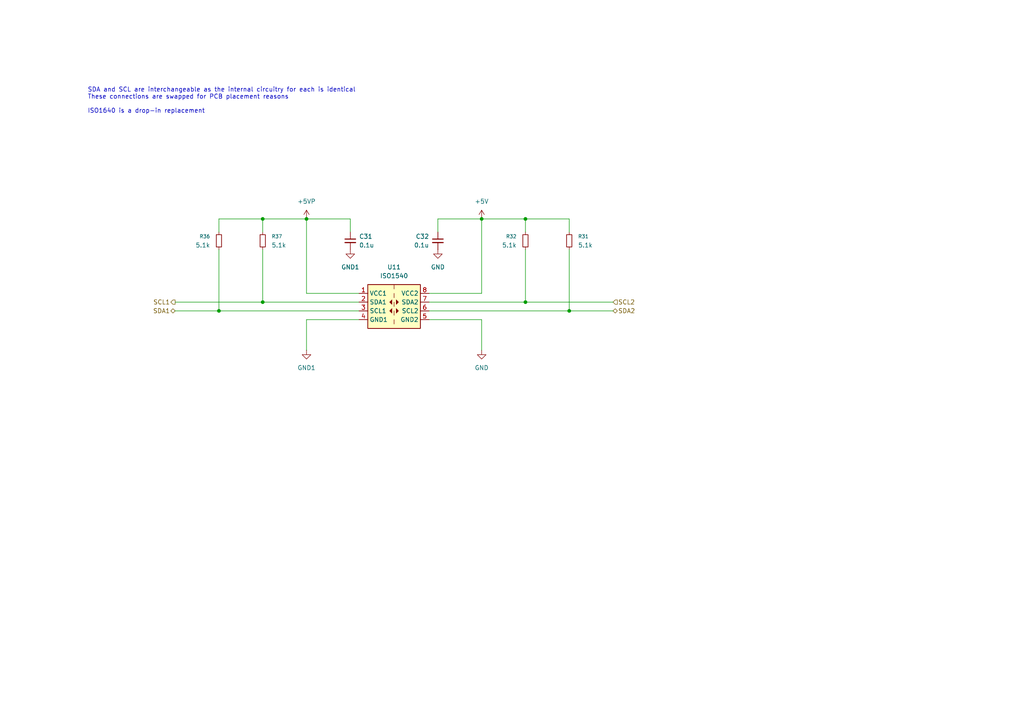
<source format=kicad_sch>
(kicad_sch
	(version 20250114)
	(generator "eeschema")
	(generator_version "9.0")
	(uuid "3e03678f-6705-49bb-acd8-815c21b9baed")
	(paper "A4")
	(title_block
		(title "12V-2x6 Current Monitor")
		(date "2025-09-21")
		(rev "1")
		(company "github.com/eggsampler")
	)
	(lib_symbols
		(symbol "Device:C_Small"
			(pin_numbers
				(hide yes)
			)
			(pin_names
				(offset 0.254)
				(hide yes)
			)
			(exclude_from_sim no)
			(in_bom yes)
			(on_board yes)
			(property "Reference" "C"
				(at 0.254 1.778 0)
				(effects
					(font
						(size 1.27 1.27)
					)
					(justify left)
				)
			)
			(property "Value" "C_Small"
				(at 0.254 -2.032 0)
				(effects
					(font
						(size 1.27 1.27)
					)
					(justify left)
				)
			)
			(property "Footprint" ""
				(at 0 0 0)
				(effects
					(font
						(size 1.27 1.27)
					)
					(hide yes)
				)
			)
			(property "Datasheet" "~"
				(at 0 0 0)
				(effects
					(font
						(size 1.27 1.27)
					)
					(hide yes)
				)
			)
			(property "Description" "Unpolarized capacitor, small symbol"
				(at 0 0 0)
				(effects
					(font
						(size 1.27 1.27)
					)
					(hide yes)
				)
			)
			(property "ki_keywords" "capacitor cap"
				(at 0 0 0)
				(effects
					(font
						(size 1.27 1.27)
					)
					(hide yes)
				)
			)
			(property "ki_fp_filters" "C_*"
				(at 0 0 0)
				(effects
					(font
						(size 1.27 1.27)
					)
					(hide yes)
				)
			)
			(symbol "C_Small_0_1"
				(polyline
					(pts
						(xy -1.524 0.508) (xy 1.524 0.508)
					)
					(stroke
						(width 0.3048)
						(type default)
					)
					(fill
						(type none)
					)
				)
				(polyline
					(pts
						(xy -1.524 -0.508) (xy 1.524 -0.508)
					)
					(stroke
						(width 0.3302)
						(type default)
					)
					(fill
						(type none)
					)
				)
			)
			(symbol "C_Small_1_1"
				(pin passive line
					(at 0 2.54 270)
					(length 2.032)
					(name "~"
						(effects
							(font
								(size 1.27 1.27)
							)
						)
					)
					(number "1"
						(effects
							(font
								(size 1.27 1.27)
							)
						)
					)
				)
				(pin passive line
					(at 0 -2.54 90)
					(length 2.032)
					(name "~"
						(effects
							(font
								(size 1.27 1.27)
							)
						)
					)
					(number "2"
						(effects
							(font
								(size 1.27 1.27)
							)
						)
					)
				)
			)
			(embedded_fonts no)
		)
		(symbol "Device:R_Small"
			(pin_numbers
				(hide yes)
			)
			(pin_names
				(offset 0.254)
				(hide yes)
			)
			(exclude_from_sim no)
			(in_bom yes)
			(on_board yes)
			(property "Reference" "R"
				(at 0 0 90)
				(effects
					(font
						(size 1.016 1.016)
					)
				)
			)
			(property "Value" "R_Small"
				(at 1.778 0 90)
				(effects
					(font
						(size 1.27 1.27)
					)
				)
			)
			(property "Footprint" ""
				(at 0 0 0)
				(effects
					(font
						(size 1.27 1.27)
					)
					(hide yes)
				)
			)
			(property "Datasheet" "~"
				(at 0 0 0)
				(effects
					(font
						(size 1.27 1.27)
					)
					(hide yes)
				)
			)
			(property "Description" "Resistor, small symbol"
				(at 0 0 0)
				(effects
					(font
						(size 1.27 1.27)
					)
					(hide yes)
				)
			)
			(property "ki_keywords" "R resistor"
				(at 0 0 0)
				(effects
					(font
						(size 1.27 1.27)
					)
					(hide yes)
				)
			)
			(property "ki_fp_filters" "R_*"
				(at 0 0 0)
				(effects
					(font
						(size 1.27 1.27)
					)
					(hide yes)
				)
			)
			(symbol "R_Small_0_1"
				(rectangle
					(start -0.762 1.778)
					(end 0.762 -1.778)
					(stroke
						(width 0.2032)
						(type default)
					)
					(fill
						(type none)
					)
				)
			)
			(symbol "R_Small_1_1"
				(pin passive line
					(at 0 2.54 270)
					(length 0.762)
					(name "~"
						(effects
							(font
								(size 1.27 1.27)
							)
						)
					)
					(number "1"
						(effects
							(font
								(size 1.27 1.27)
							)
						)
					)
				)
				(pin passive line
					(at 0 -2.54 90)
					(length 0.762)
					(name "~"
						(effects
							(font
								(size 1.27 1.27)
							)
						)
					)
					(number "2"
						(effects
							(font
								(size 1.27 1.27)
							)
						)
					)
				)
			)
			(embedded_fonts no)
		)
		(symbol "Isolator:ISO1540"
			(exclude_from_sim no)
			(in_bom yes)
			(on_board yes)
			(property "Reference" "U"
				(at -6.35 6.35 0)
				(effects
					(font
						(size 1.27 1.27)
					)
				)
			)
			(property "Value" "ISO1540"
				(at 3.81 6.35 0)
				(effects
					(font
						(size 1.27 1.27)
					)
				)
			)
			(property "Footprint" "Package_SO:SOIC-8_3.9x4.9mm_P1.27mm"
				(at 0 -8.89 0)
				(effects
					(font
						(size 1.27 1.27)
					)
					(hide yes)
				)
			)
			(property "Datasheet" "http://www.ti.com/lit/ds/symlink/iso1541.pdf"
				(at 0 1.27 0)
				(effects
					(font
						(size 1.27 1.27)
					)
					(hide yes)
				)
			)
			(property "Description" "I2C Isolator, 2.5 kVrms, Bidirectional clock and data, SOIC-8"
				(at 0 0 0)
				(effects
					(font
						(size 1.27 1.27)
					)
					(hide yes)
				)
			)
			(property "ki_keywords" "digital isolator i2c"
				(at 0 0 0)
				(effects
					(font
						(size 1.27 1.27)
					)
					(hide yes)
				)
			)
			(property "ki_fp_filters" "SOIC*3.9x4.9mm*P1.27mm*"
				(at 0 0 0)
				(effects
					(font
						(size 1.27 1.27)
					)
					(hide yes)
				)
			)
			(symbol "ISO1540_0_1"
				(rectangle
					(start -7.62 5.08)
					(end 7.62 -7.62)
					(stroke
						(width 0.254)
						(type default)
					)
					(fill
						(type background)
					)
				)
				(polyline
					(pts
						(xy -0.635 0.635) (xy -1.27 0) (xy -0.635 -0.635) (xy -0.635 0.635)
					)
					(stroke
						(width 0)
						(type default)
					)
					(fill
						(type outline)
					)
				)
				(polyline
					(pts
						(xy 0 5.08) (xy 0 3.81)
					)
					(stroke
						(width 0)
						(type default)
					)
					(fill
						(type none)
					)
				)
				(polyline
					(pts
						(xy 0 2.54) (xy 0 1.27)
					)
					(stroke
						(width 0)
						(type default)
					)
					(fill
						(type none)
					)
				)
				(polyline
					(pts
						(xy 0 0) (xy 0 -1.27)
					)
					(stroke
						(width 0)
						(type default)
					)
					(fill
						(type none)
					)
				)
				(polyline
					(pts
						(xy 0 -2.54) (xy 0 -3.81)
					)
					(stroke
						(width 0)
						(type default)
					)
					(fill
						(type none)
					)
				)
				(rectangle
					(start 0 -5.08)
					(end 0 -6.35)
					(stroke
						(width 0)
						(type default)
					)
					(fill
						(type none)
					)
				)
				(polyline
					(pts
						(xy 0.635 0.635) (xy 1.27 0) (xy 0.635 -0.635) (xy 0.635 0.635)
					)
					(stroke
						(width 0)
						(type default)
					)
					(fill
						(type outline)
					)
				)
				(polyline
					(pts
						(xy 0.635 -1.905) (xy 1.27 -2.54) (xy 0.635 -3.175) (xy 0.635 -1.905)
					)
					(stroke
						(width 0)
						(type default)
					)
					(fill
						(type outline)
					)
				)
			)
			(symbol "ISO1540_1_1"
				(polyline
					(pts
						(xy -0.635 -1.905) (xy -1.27 -2.54) (xy -0.635 -3.175) (xy -0.635 -1.905)
					)
					(stroke
						(width 0)
						(type default)
					)
					(fill
						(type outline)
					)
				)
				(pin power_in line
					(at -10.16 2.54 0)
					(length 2.54)
					(name "VCC1"
						(effects
							(font
								(size 1.27 1.27)
							)
						)
					)
					(number "1"
						(effects
							(font
								(size 1.27 1.27)
							)
						)
					)
				)
				(pin bidirectional line
					(at -10.16 0 0)
					(length 2.54)
					(name "SDA1"
						(effects
							(font
								(size 1.27 1.27)
							)
						)
					)
					(number "2"
						(effects
							(font
								(size 1.27 1.27)
							)
						)
					)
				)
				(pin bidirectional line
					(at -10.16 -2.54 0)
					(length 2.54)
					(name "SCL1"
						(effects
							(font
								(size 1.27 1.27)
							)
						)
					)
					(number "3"
						(effects
							(font
								(size 1.27 1.27)
							)
						)
					)
				)
				(pin power_in line
					(at -10.16 -5.08 0)
					(length 2.54)
					(name "GND1"
						(effects
							(font
								(size 1.27 1.27)
							)
						)
					)
					(number "4"
						(effects
							(font
								(size 1.27 1.27)
							)
						)
					)
				)
				(pin power_in line
					(at 10.16 2.54 180)
					(length 2.54)
					(name "VCC2"
						(effects
							(font
								(size 1.27 1.27)
							)
						)
					)
					(number "8"
						(effects
							(font
								(size 1.27 1.27)
							)
						)
					)
				)
				(pin bidirectional line
					(at 10.16 0 180)
					(length 2.54)
					(name "SDA2"
						(effects
							(font
								(size 1.27 1.27)
							)
						)
					)
					(number "7"
						(effects
							(font
								(size 1.27 1.27)
							)
						)
					)
				)
				(pin bidirectional line
					(at 10.16 -2.54 180)
					(length 2.54)
					(name "SCL2"
						(effects
							(font
								(size 1.27 1.27)
							)
						)
					)
					(number "6"
						(effects
							(font
								(size 1.27 1.27)
							)
						)
					)
				)
				(pin power_in line
					(at 10.16 -5.08 180)
					(length 2.54)
					(name "GND2"
						(effects
							(font
								(size 1.27 1.27)
							)
						)
					)
					(number "5"
						(effects
							(font
								(size 1.27 1.27)
							)
						)
					)
				)
			)
			(embedded_fonts no)
		)
		(symbol "power:+5V"
			(power)
			(pin_numbers
				(hide yes)
			)
			(pin_names
				(offset 0)
				(hide yes)
			)
			(exclude_from_sim no)
			(in_bom yes)
			(on_board yes)
			(property "Reference" "#PWR"
				(at 0 -3.81 0)
				(effects
					(font
						(size 1.27 1.27)
					)
					(hide yes)
				)
			)
			(property "Value" "+5V"
				(at 0 3.556 0)
				(effects
					(font
						(size 1.27 1.27)
					)
				)
			)
			(property "Footprint" ""
				(at 0 0 0)
				(effects
					(font
						(size 1.27 1.27)
					)
					(hide yes)
				)
			)
			(property "Datasheet" ""
				(at 0 0 0)
				(effects
					(font
						(size 1.27 1.27)
					)
					(hide yes)
				)
			)
			(property "Description" "Power symbol creates a global label with name \"+5V\""
				(at 0 0 0)
				(effects
					(font
						(size 1.27 1.27)
					)
					(hide yes)
				)
			)
			(property "ki_keywords" "global power"
				(at 0 0 0)
				(effects
					(font
						(size 1.27 1.27)
					)
					(hide yes)
				)
			)
			(symbol "+5V_0_1"
				(polyline
					(pts
						(xy -0.762 1.27) (xy 0 2.54)
					)
					(stroke
						(width 0)
						(type default)
					)
					(fill
						(type none)
					)
				)
				(polyline
					(pts
						(xy 0 2.54) (xy 0.762 1.27)
					)
					(stroke
						(width 0)
						(type default)
					)
					(fill
						(type none)
					)
				)
				(polyline
					(pts
						(xy 0 0) (xy 0 2.54)
					)
					(stroke
						(width 0)
						(type default)
					)
					(fill
						(type none)
					)
				)
			)
			(symbol "+5V_1_1"
				(pin power_in line
					(at 0 0 90)
					(length 0)
					(name "~"
						(effects
							(font
								(size 1.27 1.27)
							)
						)
					)
					(number "1"
						(effects
							(font
								(size 1.27 1.27)
							)
						)
					)
				)
			)
			(embedded_fonts no)
		)
		(symbol "power:+5VP"
			(power)
			(pin_numbers
				(hide yes)
			)
			(pin_names
				(offset 0)
				(hide yes)
			)
			(exclude_from_sim no)
			(in_bom yes)
			(on_board yes)
			(property "Reference" "#PWR"
				(at 0 -3.81 0)
				(effects
					(font
						(size 1.27 1.27)
					)
					(hide yes)
				)
			)
			(property "Value" "+5VP"
				(at 0 3.556 0)
				(effects
					(font
						(size 1.27 1.27)
					)
				)
			)
			(property "Footprint" ""
				(at 0 0 0)
				(effects
					(font
						(size 1.27 1.27)
					)
					(hide yes)
				)
			)
			(property "Datasheet" ""
				(at 0 0 0)
				(effects
					(font
						(size 1.27 1.27)
					)
					(hide yes)
				)
			)
			(property "Description" "Power symbol creates a global label with name \"+5VP\""
				(at 0 0 0)
				(effects
					(font
						(size 1.27 1.27)
					)
					(hide yes)
				)
			)
			(property "ki_keywords" "global power"
				(at 0 0 0)
				(effects
					(font
						(size 1.27 1.27)
					)
					(hide yes)
				)
			)
			(symbol "+5VP_0_1"
				(polyline
					(pts
						(xy -0.762 1.27) (xy 0 2.54)
					)
					(stroke
						(width 0)
						(type default)
					)
					(fill
						(type none)
					)
				)
				(polyline
					(pts
						(xy 0 2.54) (xy 0.762 1.27)
					)
					(stroke
						(width 0)
						(type default)
					)
					(fill
						(type none)
					)
				)
				(polyline
					(pts
						(xy 0 0) (xy 0 2.54)
					)
					(stroke
						(width 0)
						(type default)
					)
					(fill
						(type none)
					)
				)
			)
			(symbol "+5VP_1_1"
				(pin power_in line
					(at 0 0 90)
					(length 0)
					(name "~"
						(effects
							(font
								(size 1.27 1.27)
							)
						)
					)
					(number "1"
						(effects
							(font
								(size 1.27 1.27)
							)
						)
					)
				)
			)
			(embedded_fonts no)
		)
		(symbol "power:GND"
			(power)
			(pin_numbers
				(hide yes)
			)
			(pin_names
				(offset 0)
				(hide yes)
			)
			(exclude_from_sim no)
			(in_bom yes)
			(on_board yes)
			(property "Reference" "#PWR"
				(at 0 -6.35 0)
				(effects
					(font
						(size 1.27 1.27)
					)
					(hide yes)
				)
			)
			(property "Value" "GND"
				(at 0 -3.81 0)
				(effects
					(font
						(size 1.27 1.27)
					)
				)
			)
			(property "Footprint" ""
				(at 0 0 0)
				(effects
					(font
						(size 1.27 1.27)
					)
					(hide yes)
				)
			)
			(property "Datasheet" ""
				(at 0 0 0)
				(effects
					(font
						(size 1.27 1.27)
					)
					(hide yes)
				)
			)
			(property "Description" "Power symbol creates a global label with name \"GND\" , ground"
				(at 0 0 0)
				(effects
					(font
						(size 1.27 1.27)
					)
					(hide yes)
				)
			)
			(property "ki_keywords" "global power"
				(at 0 0 0)
				(effects
					(font
						(size 1.27 1.27)
					)
					(hide yes)
				)
			)
			(symbol "GND_0_1"
				(polyline
					(pts
						(xy 0 0) (xy 0 -1.27) (xy 1.27 -1.27) (xy 0 -2.54) (xy -1.27 -1.27) (xy 0 -1.27)
					)
					(stroke
						(width 0)
						(type default)
					)
					(fill
						(type none)
					)
				)
			)
			(symbol "GND_1_1"
				(pin power_in line
					(at 0 0 270)
					(length 0)
					(name "~"
						(effects
							(font
								(size 1.27 1.27)
							)
						)
					)
					(number "1"
						(effects
							(font
								(size 1.27 1.27)
							)
						)
					)
				)
			)
			(embedded_fonts no)
		)
		(symbol "power:GND1"
			(power)
			(pin_numbers
				(hide yes)
			)
			(pin_names
				(offset 0)
				(hide yes)
			)
			(exclude_from_sim no)
			(in_bom yes)
			(on_board yes)
			(property "Reference" "#PWR"
				(at 0 -6.35 0)
				(effects
					(font
						(size 1.27 1.27)
					)
					(hide yes)
				)
			)
			(property "Value" "GND1"
				(at 0 -3.81 0)
				(effects
					(font
						(size 1.27 1.27)
					)
				)
			)
			(property "Footprint" ""
				(at 0 0 0)
				(effects
					(font
						(size 1.27 1.27)
					)
					(hide yes)
				)
			)
			(property "Datasheet" ""
				(at 0 0 0)
				(effects
					(font
						(size 1.27 1.27)
					)
					(hide yes)
				)
			)
			(property "Description" "Power symbol creates a global label with name \"GND1\" , ground"
				(at 0 0 0)
				(effects
					(font
						(size 1.27 1.27)
					)
					(hide yes)
				)
			)
			(property "ki_keywords" "global power"
				(at 0 0 0)
				(effects
					(font
						(size 1.27 1.27)
					)
					(hide yes)
				)
			)
			(symbol "GND1_0_1"
				(polyline
					(pts
						(xy 0 0) (xy 0 -1.27) (xy 1.27 -1.27) (xy 0 -2.54) (xy -1.27 -1.27) (xy 0 -1.27)
					)
					(stroke
						(width 0)
						(type default)
					)
					(fill
						(type none)
					)
				)
			)
			(symbol "GND1_1_1"
				(pin power_in line
					(at 0 0 270)
					(length 0)
					(name "~"
						(effects
							(font
								(size 1.27 1.27)
							)
						)
					)
					(number "1"
						(effects
							(font
								(size 1.27 1.27)
							)
						)
					)
				)
			)
			(embedded_fonts no)
		)
	)
	(text "SDA and SCL are interchangeable as the internal circuitry for each is identical\nThese connections are swapped for PCB placement reasons\n\nISO1640 is a drop-in replacement"
		(exclude_from_sim no)
		(at 25.4 25.4 0)
		(effects
			(font
				(size 1.27 1.27)
			)
			(justify left top)
		)
		(uuid "8d1cb5b1-a5ff-4ecd-a1bf-009a693871cb")
	)
	(junction
		(at 76.2 87.63)
		(diameter 0)
		(color 0 0 0 0)
		(uuid "0b58359b-0e79-439c-ba1b-ee37cb7fbb45")
	)
	(junction
		(at 88.9 63.5)
		(diameter 0)
		(color 0 0 0 0)
		(uuid "1773d929-cd0f-4584-862c-3affdc10bc3f")
	)
	(junction
		(at 76.2 63.5)
		(diameter 0)
		(color 0 0 0 0)
		(uuid "1925951d-0f04-4d50-98e5-acb13f6cdf93")
	)
	(junction
		(at 139.7 63.5)
		(diameter 0)
		(color 0 0 0 0)
		(uuid "23330007-9df0-4c73-bcc1-a9c5d09e1ce1")
	)
	(junction
		(at 152.4 87.63)
		(diameter 0)
		(color 0 0 0 0)
		(uuid "86a6672e-d5ec-4d01-949a-95d71b6f402a")
	)
	(junction
		(at 152.4 63.5)
		(diameter 0)
		(color 0 0 0 0)
		(uuid "a50421fa-ded6-4e36-94ba-8352b5abe05b")
	)
	(junction
		(at 165.1 90.17)
		(diameter 0)
		(color 0 0 0 0)
		(uuid "ca81b328-1b55-49b6-b18d-b6d5df060449")
	)
	(junction
		(at 63.5 90.17)
		(diameter 0)
		(color 0 0 0 0)
		(uuid "ddf6ac3f-095e-43e1-831e-9c3d81c43d1a")
	)
	(wire
		(pts
			(xy 139.7 92.71) (xy 124.46 92.71)
		)
		(stroke
			(width 0)
			(type default)
		)
		(uuid "06e84531-cc62-40da-b970-99bd20acd994")
	)
	(wire
		(pts
			(xy 63.5 67.31) (xy 63.5 63.5)
		)
		(stroke
			(width 0)
			(type default)
		)
		(uuid "12252a3a-3e5d-4803-a5e2-2c2a2efc7abf")
	)
	(wire
		(pts
			(xy 63.5 90.17) (xy 104.14 90.17)
		)
		(stroke
			(width 0)
			(type default)
		)
		(uuid "18e49764-e124-4eb9-b3cb-457b9aa7b748")
	)
	(wire
		(pts
			(xy 63.5 90.17) (xy 63.5 72.39)
		)
		(stroke
			(width 0)
			(type default)
		)
		(uuid "1e16dd21-a375-415b-bdb4-eb2ccdbaa7d4")
	)
	(wire
		(pts
			(xy 76.2 87.63) (xy 104.14 87.63)
		)
		(stroke
			(width 0)
			(type default)
		)
		(uuid "42e687a3-d8e3-43ab-a438-be12f2eec394")
	)
	(wire
		(pts
			(xy 127 63.5) (xy 139.7 63.5)
		)
		(stroke
			(width 0)
			(type default)
		)
		(uuid "46d63a6a-2b6c-4ca1-8cdf-71b1d049ecdd")
	)
	(wire
		(pts
			(xy 88.9 63.5) (xy 88.9 85.09)
		)
		(stroke
			(width 0)
			(type default)
		)
		(uuid "46db21d3-6a06-4173-b9a3-7773530cf4ff")
	)
	(wire
		(pts
			(xy 76.2 67.31) (xy 76.2 63.5)
		)
		(stroke
			(width 0)
			(type default)
		)
		(uuid "4ede37a3-b2c7-4fbe-9328-b119cfb51091")
	)
	(wire
		(pts
			(xy 165.1 72.39) (xy 165.1 90.17)
		)
		(stroke
			(width 0)
			(type default)
		)
		(uuid "574b5314-72d5-4a97-a7a5-c5980b4e4007")
	)
	(wire
		(pts
			(xy 139.7 63.5) (xy 139.7 85.09)
		)
		(stroke
			(width 0)
			(type default)
		)
		(uuid "5a230f1a-0deb-459b-bc00-fac1ff2130d4")
	)
	(wire
		(pts
			(xy 124.46 87.63) (xy 152.4 87.63)
		)
		(stroke
			(width 0)
			(type default)
		)
		(uuid "60a1aee1-0e3c-4864-aba3-413ad92bec5c")
	)
	(wire
		(pts
			(xy 88.9 101.6) (xy 88.9 92.71)
		)
		(stroke
			(width 0)
			(type default)
		)
		(uuid "64f4de1f-2d37-43e1-89ea-4b3c6f3969db")
	)
	(wire
		(pts
			(xy 76.2 72.39) (xy 76.2 87.63)
		)
		(stroke
			(width 0)
			(type default)
		)
		(uuid "69b71a80-df8f-4ae6-b285-3f979823c921")
	)
	(wire
		(pts
			(xy 177.8 90.17) (xy 165.1 90.17)
		)
		(stroke
			(width 0)
			(type default)
		)
		(uuid "779ba81e-1083-4a8d-b850-06a1fa0821af")
	)
	(wire
		(pts
			(xy 50.8 90.17) (xy 63.5 90.17)
		)
		(stroke
			(width 0)
			(type default)
		)
		(uuid "7e3c3506-0422-4008-8321-ab1b62f5302b")
	)
	(wire
		(pts
			(xy 152.4 67.31) (xy 152.4 63.5)
		)
		(stroke
			(width 0)
			(type default)
		)
		(uuid "7f5fd833-f82e-44e1-8b7a-21c893da7426")
	)
	(wire
		(pts
			(xy 165.1 63.5) (xy 152.4 63.5)
		)
		(stroke
			(width 0)
			(type default)
		)
		(uuid "89332012-23a8-496e-a24e-ea8bf92c1a89")
	)
	(wire
		(pts
			(xy 127 63.5) (xy 127 67.31)
		)
		(stroke
			(width 0)
			(type default)
		)
		(uuid "8e7a3c29-6e69-46e8-adcc-8c275e1412f3")
	)
	(wire
		(pts
			(xy 50.8 87.63) (xy 76.2 87.63)
		)
		(stroke
			(width 0)
			(type default)
		)
		(uuid "933d81de-9262-4a14-a10d-7d56cc81a6ea")
	)
	(wire
		(pts
			(xy 152.4 72.39) (xy 152.4 87.63)
		)
		(stroke
			(width 0)
			(type default)
		)
		(uuid "95c4a3e4-4ca2-4673-af7f-b5eec913f6f3")
	)
	(wire
		(pts
			(xy 177.8 87.63) (xy 152.4 87.63)
		)
		(stroke
			(width 0)
			(type default)
		)
		(uuid "9ef34c6e-7416-42a5-9959-27231e5fb296")
	)
	(wire
		(pts
			(xy 165.1 67.31) (xy 165.1 63.5)
		)
		(stroke
			(width 0)
			(type default)
		)
		(uuid "a4d38d20-3966-4bc4-9cb1-699f9f220c7a")
	)
	(wire
		(pts
			(xy 76.2 63.5) (xy 88.9 63.5)
		)
		(stroke
			(width 0)
			(type default)
		)
		(uuid "a560e436-304e-4273-8345-eaea90da4a4a")
	)
	(wire
		(pts
			(xy 101.6 63.5) (xy 88.9 63.5)
		)
		(stroke
			(width 0)
			(type default)
		)
		(uuid "b0c38080-ea38-4f13-b180-4b354897b3c7")
	)
	(wire
		(pts
			(xy 152.4 63.5) (xy 139.7 63.5)
		)
		(stroke
			(width 0)
			(type default)
		)
		(uuid "b36d4456-fa5d-47e1-a68b-cb818b575ac0")
	)
	(wire
		(pts
			(xy 101.6 67.31) (xy 101.6 63.5)
		)
		(stroke
			(width 0)
			(type default)
		)
		(uuid "b7996eab-eccb-4da5-b9de-f618df465f10")
	)
	(wire
		(pts
			(xy 124.46 90.17) (xy 165.1 90.17)
		)
		(stroke
			(width 0)
			(type default)
		)
		(uuid "cda11014-dd36-4687-9382-62f6703f3b19")
	)
	(wire
		(pts
			(xy 63.5 63.5) (xy 76.2 63.5)
		)
		(stroke
			(width 0)
			(type default)
		)
		(uuid "d1f3b49d-c6aa-4d63-b7c0-fbe1fd5e4a50")
	)
	(wire
		(pts
			(xy 139.7 101.6) (xy 139.7 92.71)
		)
		(stroke
			(width 0)
			(type default)
		)
		(uuid "d28a8dca-b82c-4d28-bcc1-3969ccfcb605")
	)
	(wire
		(pts
			(xy 124.46 85.09) (xy 139.7 85.09)
		)
		(stroke
			(width 0)
			(type default)
		)
		(uuid "e532a712-8836-44f2-afac-351098e10676")
	)
	(wire
		(pts
			(xy 88.9 92.71) (xy 104.14 92.71)
		)
		(stroke
			(width 0)
			(type default)
		)
		(uuid "e8279238-d3db-4bd7-9544-a350271715cf")
	)
	(wire
		(pts
			(xy 88.9 85.09) (xy 104.14 85.09)
		)
		(stroke
			(width 0)
			(type default)
		)
		(uuid "ff4d2b3f-3cf9-44fd-9974-3c30a3114fb5")
	)
	(hierarchical_label "SDA2"
		(shape bidirectional)
		(at 177.8 90.17 0)
		(effects
			(font
				(size 1.27 1.27)
			)
			(justify left)
		)
		(uuid "454a9049-f36d-4496-a0b0-dd4fcfd7206e")
	)
	(hierarchical_label "SDA1"
		(shape bidirectional)
		(at 50.8 90.17 180)
		(effects
			(font
				(size 1.27 1.27)
			)
			(justify right)
		)
		(uuid "d72d9188-8a8e-4157-9389-945e3cb8990e")
	)
	(hierarchical_label "SCL1"
		(shape output)
		(at 50.8 87.63 180)
		(effects
			(font
				(size 1.27 1.27)
			)
			(justify right)
		)
		(uuid "ec7a4f17-a216-4862-a5d2-23fef861cd94")
	)
	(hierarchical_label "SCL2"
		(shape input)
		(at 177.8 87.63 0)
		(effects
			(font
				(size 1.27 1.27)
			)
			(justify left)
		)
		(uuid "ecb58d61-c658-4f4b-9c7e-80b2f816d12c")
	)
	(symbol
		(lib_id "power:GND")
		(at 127 72.39 0)
		(unit 1)
		(exclude_from_sim no)
		(in_bom yes)
		(on_board yes)
		(dnp no)
		(fields_autoplaced yes)
		(uuid "12de95b1-1db6-4c77-be66-01bb417eed9a")
		(property "Reference" "#PWR062"
			(at 127 78.74 0)
			(effects
				(font
					(size 1.27 1.27)
				)
				(hide yes)
			)
		)
		(property "Value" "GND"
			(at 127 77.47 0)
			(effects
				(font
					(size 1.27 1.27)
				)
			)
		)
		(property "Footprint" ""
			(at 127 72.39 0)
			(effects
				(font
					(size 1.27 1.27)
				)
				(hide yes)
			)
		)
		(property "Datasheet" ""
			(at 127 72.39 0)
			(effects
				(font
					(size 1.27 1.27)
				)
				(hide yes)
			)
		)
		(property "Description" "Power symbol creates a global label with name \"GND\" , ground"
			(at 127 72.39 0)
			(effects
				(font
					(size 1.27 1.27)
				)
				(hide yes)
			)
		)
		(pin "1"
			(uuid "24c93376-529f-4a49-9b5b-8792110ea030")
		)
		(instances
			(project "12v-2x6"
				(path "/8b0d253f-310b-49c8-a50d-a58538d7eb55/d23cd5d4-c801-4873-aa4f-300d8a7b93d3"
					(reference "#PWR062")
					(unit 1)
				)
			)
		)
	)
	(symbol
		(lib_id "power:+5VP")
		(at 88.9 63.5 0)
		(unit 1)
		(exclude_from_sim no)
		(in_bom yes)
		(on_board yes)
		(dnp no)
		(uuid "17e2402b-864e-457f-a18e-8a6248f2ebcd")
		(property "Reference" "#PWR025"
			(at 88.9 67.31 0)
			(effects
				(font
					(size 1.27 1.27)
				)
				(hide yes)
			)
		)
		(property "Value" "+5VP"
			(at 88.9 58.42 0)
			(effects
				(font
					(size 1.27 1.27)
				)
			)
		)
		(property "Footprint" ""
			(at 88.9 63.5 0)
			(effects
				(font
					(size 1.27 1.27)
				)
				(hide yes)
			)
		)
		(property "Datasheet" ""
			(at 88.9 63.5 0)
			(effects
				(font
					(size 1.27 1.27)
				)
				(hide yes)
			)
		)
		(property "Description" "Power symbol creates a global label with name \"+5VP\""
			(at 88.9 63.5 0)
			(effects
				(font
					(size 1.27 1.27)
				)
				(hide yes)
			)
		)
		(pin "1"
			(uuid "5ecdedaa-f1b6-4601-9415-b52c3c33fe9e")
		)
		(instances
			(project "12v-2x6"
				(path "/8b0d253f-310b-49c8-a50d-a58538d7eb55/d23cd5d4-c801-4873-aa4f-300d8a7b93d3"
					(reference "#PWR025")
					(unit 1)
				)
			)
		)
	)
	(symbol
		(lib_id "Device:R_Small")
		(at 76.2 69.85 180)
		(unit 1)
		(exclude_from_sim no)
		(in_bom yes)
		(on_board yes)
		(dnp no)
		(uuid "222fcbf8-fd40-47b0-a9b9-d321a786cbc1")
		(property "Reference" "R37"
			(at 78.74 68.5799 0)
			(effects
				(font
					(size 1.016 1.016)
				)
				(justify right)
			)
		)
		(property "Value" "5.1k"
			(at 78.74 71.1199 0)
			(effects
				(font
					(size 1.27 1.27)
				)
				(justify right)
			)
		)
		(property "Footprint" "Resistor_SMD:R_0402_1005Metric"
			(at 76.2 69.85 0)
			(effects
				(font
					(size 1.27 1.27)
				)
				(hide yes)
			)
		)
		(property "Datasheet" "~"
			(at 76.2 69.85 0)
			(effects
				(font
					(size 1.27 1.27)
				)
				(hide yes)
			)
		)
		(property "Description" "Resistor, small symbol"
			(at 76.2 69.85 0)
			(effects
				(font
					(size 1.27 1.27)
				)
				(hide yes)
			)
		)
		(pin "1"
			(uuid "e6c69d33-8ee8-4f3b-ba92-c0dca2149f53")
		)
		(pin "2"
			(uuid "e17d5989-b02b-4601-b305-464ce6967474")
		)
		(instances
			(project "12v-2x6"
				(path "/8b0d253f-310b-49c8-a50d-a58538d7eb55/d23cd5d4-c801-4873-aa4f-300d8a7b93d3"
					(reference "R37")
					(unit 1)
				)
			)
		)
	)
	(symbol
		(lib_id "power:GND1")
		(at 88.9 101.6 0)
		(unit 1)
		(exclude_from_sim no)
		(in_bom yes)
		(on_board yes)
		(dnp no)
		(uuid "5c3ebc7a-3f0e-4dc3-841a-07772a2bdfdd")
		(property "Reference" "#PWR023"
			(at 88.9 107.95 0)
			(effects
				(font
					(size 1.27 1.27)
				)
				(hide yes)
			)
		)
		(property "Value" "GND1"
			(at 88.9 106.68 0)
			(effects
				(font
					(size 1.27 1.27)
				)
			)
		)
		(property "Footprint" ""
			(at 88.9 101.6 0)
			(effects
				(font
					(size 1.27 1.27)
				)
				(hide yes)
			)
		)
		(property "Datasheet" ""
			(at 88.9 101.6 0)
			(effects
				(font
					(size 1.27 1.27)
				)
				(hide yes)
			)
		)
		(property "Description" "Power symbol creates a global label with name \"GND1\" , ground"
			(at 88.9 101.6 0)
			(effects
				(font
					(size 1.27 1.27)
				)
				(hide yes)
			)
		)
		(pin "1"
			(uuid "5088aa61-9920-4c5f-ad54-c71872230c82")
		)
		(instances
			(project "12v-2x6"
				(path "/8b0d253f-310b-49c8-a50d-a58538d7eb55/d23cd5d4-c801-4873-aa4f-300d8a7b93d3"
					(reference "#PWR023")
					(unit 1)
				)
			)
		)
	)
	(symbol
		(lib_id "power:+5V")
		(at 139.7 63.5 0)
		(unit 1)
		(exclude_from_sim no)
		(in_bom yes)
		(on_board yes)
		(dnp no)
		(fields_autoplaced yes)
		(uuid "6478158d-e926-401f-9eeb-c1674d05fa63")
		(property "Reference" "#PWR026"
			(at 139.7 67.31 0)
			(effects
				(font
					(size 1.27 1.27)
				)
				(hide yes)
			)
		)
		(property "Value" "+5V"
			(at 139.7 58.42 0)
			(effects
				(font
					(size 1.27 1.27)
				)
			)
		)
		(property "Footprint" ""
			(at 139.7 63.5 0)
			(effects
				(font
					(size 1.27 1.27)
				)
				(hide yes)
			)
		)
		(property "Datasheet" ""
			(at 139.7 63.5 0)
			(effects
				(font
					(size 1.27 1.27)
				)
				(hide yes)
			)
		)
		(property "Description" "Power symbol creates a global label with name \"+5V\""
			(at 139.7 63.5 0)
			(effects
				(font
					(size 1.27 1.27)
				)
				(hide yes)
			)
		)
		(pin "1"
			(uuid "5d863d2d-ce3f-4c39-b0da-6c6021100fa9")
		)
		(instances
			(project "12v-2x6"
				(path "/8b0d253f-310b-49c8-a50d-a58538d7eb55/d23cd5d4-c801-4873-aa4f-300d8a7b93d3"
					(reference "#PWR026")
					(unit 1)
				)
			)
		)
	)
	(symbol
		(lib_id "power:GND")
		(at 139.7 101.6 0)
		(unit 1)
		(exclude_from_sim no)
		(in_bom yes)
		(on_board yes)
		(dnp no)
		(fields_autoplaced yes)
		(uuid "6cc12551-b504-444b-916e-1f684485ff2e")
		(property "Reference" "#PWR024"
			(at 139.7 107.95 0)
			(effects
				(font
					(size 1.27 1.27)
				)
				(hide yes)
			)
		)
		(property "Value" "GND"
			(at 139.7 106.68 0)
			(effects
				(font
					(size 1.27 1.27)
				)
			)
		)
		(property "Footprint" ""
			(at 139.7 101.6 0)
			(effects
				(font
					(size 1.27 1.27)
				)
				(hide yes)
			)
		)
		(property "Datasheet" ""
			(at 139.7 101.6 0)
			(effects
				(font
					(size 1.27 1.27)
				)
				(hide yes)
			)
		)
		(property "Description" "Power symbol creates a global label with name \"GND\" , ground"
			(at 139.7 101.6 0)
			(effects
				(font
					(size 1.27 1.27)
				)
				(hide yes)
			)
		)
		(pin "1"
			(uuid "8a183265-afee-4709-9bb8-f67518097449")
		)
		(instances
			(project "12v-2x6"
				(path "/8b0d253f-310b-49c8-a50d-a58538d7eb55/d23cd5d4-c801-4873-aa4f-300d8a7b93d3"
					(reference "#PWR024")
					(unit 1)
				)
			)
		)
	)
	(symbol
		(lib_id "Isolator:ISO1540")
		(at 114.3 87.63 0)
		(unit 1)
		(exclude_from_sim no)
		(in_bom yes)
		(on_board yes)
		(dnp no)
		(uuid "847cc2da-1d1e-4d4e-b1f9-e1526a3a558b")
		(property "Reference" "U11"
			(at 114.3 77.47 0)
			(effects
				(font
					(size 1.27 1.27)
				)
			)
		)
		(property "Value" "ISO1540"
			(at 114.3 80.01 0)
			(effects
				(font
					(size 1.27 1.27)
				)
			)
		)
		(property "Footprint" "Package_SO:SOIC-8_3.9x4.9mm_P1.27mm"
			(at 114.3 96.52 0)
			(effects
				(font
					(size 1.27 1.27)
				)
				(hide yes)
			)
		)
		(property "Datasheet" "http://www.ti.com/lit/ds/symlink/iso1541.pdf"
			(at 114.3 86.36 0)
			(effects
				(font
					(size 1.27 1.27)
				)
				(hide yes)
			)
		)
		(property "Description" "I2C Isolator, 2.5 kVrms, Bidirectional clock and data, SOIC-8"
			(at 114.3 87.63 0)
			(effects
				(font
					(size 1.27 1.27)
				)
				(hide yes)
			)
		)
		(pin "1"
			(uuid "c6886fbf-c2bf-46bb-ab4e-5b817061bf89")
		)
		(pin "3"
			(uuid "92e61eb6-48e0-4d72-a907-9ec07f70ded3")
		)
		(pin "5"
			(uuid "d9aa8bea-603d-47b6-807f-e527219602c3")
		)
		(pin "4"
			(uuid "13e3d721-127c-4a1b-a72f-14019d856aa1")
		)
		(pin "2"
			(uuid "025e9382-8ef5-408d-a8e9-a35cd5258f8f")
		)
		(pin "8"
			(uuid "cc154337-c274-4caa-a665-63cf1a1663d2")
		)
		(pin "6"
			(uuid "4cee73d4-125f-4e19-af45-9dfd3d4657c1")
		)
		(pin "7"
			(uuid "084a96c7-42c9-4069-b5f7-2639c98d11f1")
		)
		(instances
			(project "12v-2x6"
				(path "/8b0d253f-310b-49c8-a50d-a58538d7eb55/d23cd5d4-c801-4873-aa4f-300d8a7b93d3"
					(reference "U11")
					(unit 1)
				)
			)
		)
	)
	(symbol
		(lib_id "Device:C_Small")
		(at 127 69.85 0)
		(mirror y)
		(unit 1)
		(exclude_from_sim no)
		(in_bom yes)
		(on_board yes)
		(dnp no)
		(uuid "8c4986e8-9650-4e87-b127-0a15814b6de8")
		(property "Reference" "C32"
			(at 124.46 68.5862 0)
			(effects
				(font
					(size 1.27 1.27)
				)
				(justify left)
			)
		)
		(property "Value" "0.1u"
			(at 124.46 71.1262 0)
			(effects
				(font
					(size 1.27 1.27)
				)
				(justify left)
			)
		)
		(property "Footprint" "Capacitor_SMD:C_0402_1005Metric"
			(at 127 69.85 0)
			(effects
				(font
					(size 1.27 1.27)
				)
				(hide yes)
			)
		)
		(property "Datasheet" "~"
			(at 127 69.85 0)
			(effects
				(font
					(size 1.27 1.27)
				)
				(hide yes)
			)
		)
		(property "Description" "Unpolarized capacitor, small symbol"
			(at 127 69.85 0)
			(effects
				(font
					(size 1.27 1.27)
				)
				(hide yes)
			)
		)
		(pin "2"
			(uuid "3726fab8-391f-4787-aa18-1a535eba5c5b")
		)
		(pin "1"
			(uuid "921633ad-cdc4-41ec-9920-1b6b8fe5b1bb")
		)
		(instances
			(project "12v-2x6"
				(path "/8b0d253f-310b-49c8-a50d-a58538d7eb55/d23cd5d4-c801-4873-aa4f-300d8a7b93d3"
					(reference "C32")
					(unit 1)
				)
			)
		)
	)
	(symbol
		(lib_id "Device:R_Small")
		(at 63.5 69.85 0)
		(mirror x)
		(unit 1)
		(exclude_from_sim no)
		(in_bom yes)
		(on_board yes)
		(dnp no)
		(uuid "8f2f9ca7-4df5-4c91-b71d-006bb56b1893")
		(property "Reference" "R36"
			(at 60.96 68.5799 0)
			(effects
				(font
					(size 1.016 1.016)
				)
				(justify right)
			)
		)
		(property "Value" "5.1k"
			(at 60.96 71.1199 0)
			(effects
				(font
					(size 1.27 1.27)
				)
				(justify right)
			)
		)
		(property "Footprint" "Resistor_SMD:R_0402_1005Metric"
			(at 63.5 69.85 0)
			(effects
				(font
					(size 1.27 1.27)
				)
				(hide yes)
			)
		)
		(property "Datasheet" "~"
			(at 63.5 69.85 0)
			(effects
				(font
					(size 1.27 1.27)
				)
				(hide yes)
			)
		)
		(property "Description" "Resistor, small symbol"
			(at 63.5 69.85 0)
			(effects
				(font
					(size 1.27 1.27)
				)
				(hide yes)
			)
		)
		(pin "1"
			(uuid "4a234f24-c691-460e-80a6-6619a008ab7b")
		)
		(pin "2"
			(uuid "d0ac6ecb-e9f5-4110-9937-2844c4587562")
		)
		(instances
			(project "12v-2x6"
				(path "/8b0d253f-310b-49c8-a50d-a58538d7eb55/d23cd5d4-c801-4873-aa4f-300d8a7b93d3"
					(reference "R36")
					(unit 1)
				)
			)
		)
	)
	(symbol
		(lib_id "Device:R_Small")
		(at 152.4 69.85 0)
		(mirror x)
		(unit 1)
		(exclude_from_sim no)
		(in_bom yes)
		(on_board yes)
		(dnp no)
		(uuid "9c333d19-fc7d-4263-983d-60cbf254c0e7")
		(property "Reference" "R32"
			(at 149.86 68.5799 0)
			(effects
				(font
					(size 1.016 1.016)
				)
				(justify right)
			)
		)
		(property "Value" "5.1k"
			(at 149.86 71.1199 0)
			(effects
				(font
					(size 1.27 1.27)
				)
				(justify right)
			)
		)
		(property "Footprint" "Resistor_SMD:R_0402_1005Metric"
			(at 152.4 69.85 0)
			(effects
				(font
					(size 1.27 1.27)
				)
				(hide yes)
			)
		)
		(property "Datasheet" "~"
			(at 152.4 69.85 0)
			(effects
				(font
					(size 1.27 1.27)
				)
				(hide yes)
			)
		)
		(property "Description" "Resistor, small symbol"
			(at 152.4 69.85 0)
			(effects
				(font
					(size 1.27 1.27)
				)
				(hide yes)
			)
		)
		(pin "1"
			(uuid "0ae57d85-28e2-483a-81b2-e7d6287a457e")
		)
		(pin "2"
			(uuid "d7e4cd00-8b7e-406e-999b-8a393ff3da51")
		)
		(instances
			(project "12v-2x6"
				(path "/8b0d253f-310b-49c8-a50d-a58538d7eb55/d23cd5d4-c801-4873-aa4f-300d8a7b93d3"
					(reference "R32")
					(unit 1)
				)
			)
		)
	)
	(symbol
		(lib_id "Device:R_Small")
		(at 165.1 69.85 180)
		(unit 1)
		(exclude_from_sim no)
		(in_bom yes)
		(on_board yes)
		(dnp no)
		(uuid "9e74ecb1-77e2-4319-b69e-096e0288ea16")
		(property "Reference" "R31"
			(at 167.64 68.5799 0)
			(effects
				(font
					(size 1.016 1.016)
				)
				(justify right)
			)
		)
		(property "Value" "5.1k"
			(at 167.64 71.1199 0)
			(effects
				(font
					(size 1.27 1.27)
				)
				(justify right)
			)
		)
		(property "Footprint" "Resistor_SMD:R_0402_1005Metric"
			(at 165.1 69.85 0)
			(effects
				(font
					(size 1.27 1.27)
				)
				(hide yes)
			)
		)
		(property "Datasheet" "~"
			(at 165.1 69.85 0)
			(effects
				(font
					(size 1.27 1.27)
				)
				(hide yes)
			)
		)
		(property "Description" "Resistor, small symbol"
			(at 165.1 69.85 0)
			(effects
				(font
					(size 1.27 1.27)
				)
				(hide yes)
			)
		)
		(pin "1"
			(uuid "17a65786-a0e0-4d14-a3de-925a0ccbcef5")
		)
		(pin "2"
			(uuid "f16acd87-b655-49c1-a101-eed4a8dc8693")
		)
		(instances
			(project "12v-2x6"
				(path "/8b0d253f-310b-49c8-a50d-a58538d7eb55/d23cd5d4-c801-4873-aa4f-300d8a7b93d3"
					(reference "R31")
					(unit 1)
				)
			)
		)
	)
	(symbol
		(lib_id "Device:C_Small")
		(at 101.6 69.85 0)
		(unit 1)
		(exclude_from_sim no)
		(in_bom yes)
		(on_board yes)
		(dnp no)
		(uuid "a48139b4-fb59-4d49-a619-d4d13ffec2a3")
		(property "Reference" "C31"
			(at 104.14 68.5862 0)
			(effects
				(font
					(size 1.27 1.27)
				)
				(justify left)
			)
		)
		(property "Value" "0.1u"
			(at 104.14 71.1262 0)
			(effects
				(font
					(size 1.27 1.27)
				)
				(justify left)
			)
		)
		(property "Footprint" "Capacitor_SMD:C_0402_1005Metric"
			(at 101.6 69.85 0)
			(effects
				(font
					(size 1.27 1.27)
				)
				(hide yes)
			)
		)
		(property "Datasheet" "~"
			(at 101.6 69.85 0)
			(effects
				(font
					(size 1.27 1.27)
				)
				(hide yes)
			)
		)
		(property "Description" "Unpolarized capacitor, small symbol"
			(at 101.6 69.85 0)
			(effects
				(font
					(size 1.27 1.27)
				)
				(hide yes)
			)
		)
		(pin "2"
			(uuid "cf25f3d7-0ec7-4f33-81cc-4c2f592af65f")
		)
		(pin "1"
			(uuid "9e33828d-4473-4bd9-80df-714b5de9c39f")
		)
		(instances
			(project "12v-2x6"
				(path "/8b0d253f-310b-49c8-a50d-a58538d7eb55/d23cd5d4-c801-4873-aa4f-300d8a7b93d3"
					(reference "C31")
					(unit 1)
				)
			)
		)
	)
	(symbol
		(lib_id "power:GND1")
		(at 101.6 72.39 0)
		(unit 1)
		(exclude_from_sim no)
		(in_bom yes)
		(on_board yes)
		(dnp no)
		(uuid "a79de3b5-d7b6-4e20-b944-56e730329d73")
		(property "Reference" "#PWR063"
			(at 101.6 78.74 0)
			(effects
				(font
					(size 1.27 1.27)
				)
				(hide yes)
			)
		)
		(property "Value" "GND1"
			(at 101.6 77.47 0)
			(effects
				(font
					(size 1.27 1.27)
				)
			)
		)
		(property "Footprint" ""
			(at 101.6 72.39 0)
			(effects
				(font
					(size 1.27 1.27)
				)
				(hide yes)
			)
		)
		(property "Datasheet" ""
			(at 101.6 72.39 0)
			(effects
				(font
					(size 1.27 1.27)
				)
				(hide yes)
			)
		)
		(property "Description" "Power symbol creates a global label with name \"GND1\" , ground"
			(at 101.6 72.39 0)
			(effects
				(font
					(size 1.27 1.27)
				)
				(hide yes)
			)
		)
		(pin "1"
			(uuid "ab9e841e-8fc9-4f8f-9683-79fb541e27de")
		)
		(instances
			(project "12v-2x6"
				(path "/8b0d253f-310b-49c8-a50d-a58538d7eb55/d23cd5d4-c801-4873-aa4f-300d8a7b93d3"
					(reference "#PWR063")
					(unit 1)
				)
			)
		)
	)
)

</source>
